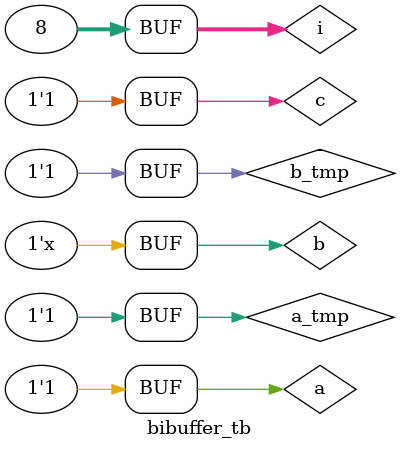
<source format=v>
module bibuffer(A,B,C);
  inout A,B;
  input C;
  assign B=(C==1'b1)?A:1'bz;
  assign A=(C==1'b0)?B:1'bz;
endmodule


module bibuffer_tb();
  reg c;
  wire a,b;
  integer i;
  
  reg a_tmp,b_tmp;
  
  bibuffer dut(Atb,Btb,Ctb);
  
  assign a=(c==1)?a_tmp:1'bz;
  assign b=(c==0)?b_tmp:1'bz;
    initial 
      begin
        $dumpfile("bibuffer_tb.vcd");
         $dumpvars(0);
        {c,a_tmp,b_tmp}=0;
        for(i=0;i<8;i=i+1)
          begin
            {c,a_tmp,b_tmp}=i;
             #10;
          end
      end
endmodule
             
</source>
